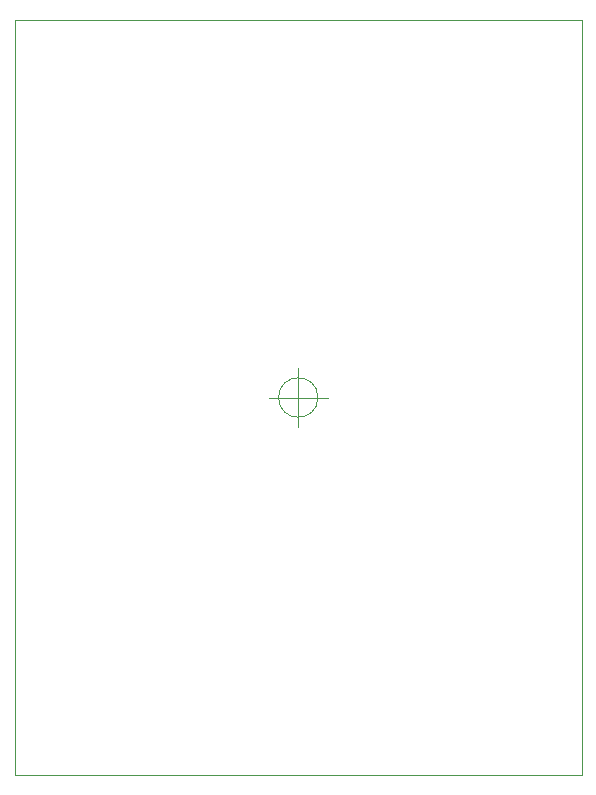
<source format=gbr>
%TF.GenerationSoftware,KiCad,Pcbnew,6.0.2+dfsg-1*%
%TF.CreationDate,2023-01-07T19:56:01+01:00*%
%TF.ProjectId,hBridge3620,68427269-6467-4653-9336-32302e6b6963,1.0*%
%TF.SameCoordinates,Original*%
%TF.FileFunction,Profile,NP*%
%FSLAX46Y46*%
G04 Gerber Fmt 4.6, Leading zero omitted, Abs format (unit mm)*
G04 Created by KiCad (PCBNEW 6.0.2+dfsg-1) date 2023-01-07 19:56:01*
%MOMM*%
%LPD*%
G01*
G04 APERTURE LIST*
%TA.AperFunction,Profile*%
%ADD10C,0.100000*%
%TD*%
G04 APERTURE END LIST*
D10*
X-24000000Y32000000D02*
X24000000Y32000000D01*
X24000000Y32000000D02*
X24000000Y-32000000D01*
X24000000Y-32000000D02*
X-24000000Y-32000000D01*
X-24000000Y-32000000D02*
X-24000000Y32000000D01*
X1666666Y0D02*
G75*
G03*
X1666666Y0I-1666666J0D01*
G01*
X-2500000Y0D02*
X2500000Y0D01*
X0Y2500000D02*
X0Y-2500000D01*
M02*

</source>
